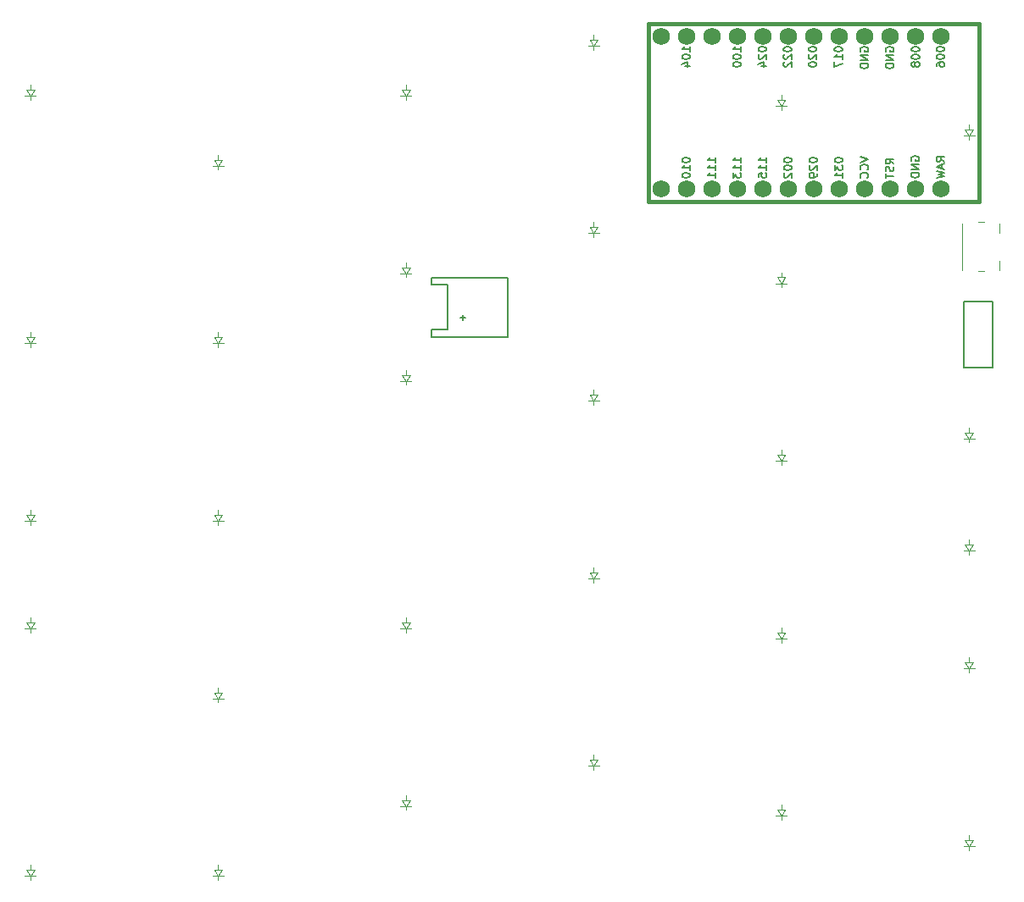
<source format=gbr>
%TF.GenerationSoftware,KiCad,Pcbnew,8.0.7*%
%TF.CreationDate,2025-01-07T16:57:54+01:00*%
%TF.ProjectId,left_finished,6c656674-5f66-4696-9e69-736865642e6b,v1.0.0*%
%TF.SameCoordinates,Original*%
%TF.FileFunction,Legend,Bot*%
%TF.FilePolarity,Positive*%
%FSLAX46Y46*%
G04 Gerber Fmt 4.6, Leading zero omitted, Abs format (unit mm)*
G04 Created by KiCad (PCBNEW 8.0.7) date 2025-01-07 16:57:54*
%MOMM*%
%LPD*%
G01*
G04 APERTURE LIST*
%ADD10C,0.150000*%
%ADD11C,0.100000*%
%ADD12C,0.381000*%
%ADD13C,0.120000*%
%ADD14C,1.752600*%
G04 APERTURE END LIST*
D10*
X180502295Y-71162810D02*
X180502295Y-71239000D01*
X180502295Y-71239000D02*
X180540390Y-71315191D01*
X180540390Y-71315191D02*
X180578485Y-71353286D01*
X180578485Y-71353286D02*
X180654676Y-71391381D01*
X180654676Y-71391381D02*
X180807057Y-71429476D01*
X180807057Y-71429476D02*
X180997533Y-71429476D01*
X180997533Y-71429476D02*
X181149914Y-71391381D01*
X181149914Y-71391381D02*
X181226104Y-71353286D01*
X181226104Y-71353286D02*
X181264200Y-71315191D01*
X181264200Y-71315191D02*
X181302295Y-71239000D01*
X181302295Y-71239000D02*
X181302295Y-71162810D01*
X181302295Y-71162810D02*
X181264200Y-71086619D01*
X181264200Y-71086619D02*
X181226104Y-71048524D01*
X181226104Y-71048524D02*
X181149914Y-71010429D01*
X181149914Y-71010429D02*
X180997533Y-70972333D01*
X180997533Y-70972333D02*
X180807057Y-70972333D01*
X180807057Y-70972333D02*
X180654676Y-71010429D01*
X180654676Y-71010429D02*
X180578485Y-71048524D01*
X180578485Y-71048524D02*
X180540390Y-71086619D01*
X180540390Y-71086619D02*
X180502295Y-71162810D01*
X180578485Y-71734238D02*
X180540390Y-71772334D01*
X180540390Y-71772334D02*
X180502295Y-71848524D01*
X180502295Y-71848524D02*
X180502295Y-72039000D01*
X180502295Y-72039000D02*
X180540390Y-72115191D01*
X180540390Y-72115191D02*
X180578485Y-72153286D01*
X180578485Y-72153286D02*
X180654676Y-72191381D01*
X180654676Y-72191381D02*
X180730866Y-72191381D01*
X180730866Y-72191381D02*
X180845152Y-72153286D01*
X180845152Y-72153286D02*
X181302295Y-71696143D01*
X181302295Y-71696143D02*
X181302295Y-72191381D01*
X180768961Y-72877096D02*
X181302295Y-72877096D01*
X180464200Y-72686620D02*
X181035628Y-72496143D01*
X181035628Y-72496143D02*
X181035628Y-72991382D01*
X195780390Y-82345143D02*
X195742295Y-82268953D01*
X195742295Y-82268953D02*
X195742295Y-82154667D01*
X195742295Y-82154667D02*
X195780390Y-82040381D01*
X195780390Y-82040381D02*
X195856580Y-81964191D01*
X195856580Y-81964191D02*
X195932771Y-81926096D01*
X195932771Y-81926096D02*
X196085152Y-81888000D01*
X196085152Y-81888000D02*
X196199438Y-81888000D01*
X196199438Y-81888000D02*
X196351819Y-81926096D01*
X196351819Y-81926096D02*
X196428009Y-81964191D01*
X196428009Y-81964191D02*
X196504200Y-82040381D01*
X196504200Y-82040381D02*
X196542295Y-82154667D01*
X196542295Y-82154667D02*
X196542295Y-82230858D01*
X196542295Y-82230858D02*
X196504200Y-82345143D01*
X196504200Y-82345143D02*
X196466104Y-82383239D01*
X196466104Y-82383239D02*
X196199438Y-82383239D01*
X196199438Y-82383239D02*
X196199438Y-82230858D01*
X196542295Y-82726096D02*
X195742295Y-82726096D01*
X195742295Y-82726096D02*
X196542295Y-83183239D01*
X196542295Y-83183239D02*
X195742295Y-83183239D01*
X196542295Y-83564191D02*
X195742295Y-83564191D01*
X195742295Y-83564191D02*
X195742295Y-83754667D01*
X195742295Y-83754667D02*
X195780390Y-83868953D01*
X195780390Y-83868953D02*
X195856580Y-83945143D01*
X195856580Y-83945143D02*
X195932771Y-83983238D01*
X195932771Y-83983238D02*
X196085152Y-84021334D01*
X196085152Y-84021334D02*
X196199438Y-84021334D01*
X196199438Y-84021334D02*
X196351819Y-83983238D01*
X196351819Y-83983238D02*
X196428009Y-83945143D01*
X196428009Y-83945143D02*
X196504200Y-83868953D01*
X196504200Y-83868953D02*
X196542295Y-83754667D01*
X196542295Y-83754667D02*
X196542295Y-83564191D01*
X178762295Y-82503857D02*
X178762295Y-82046714D01*
X178762295Y-82275286D02*
X177962295Y-82275286D01*
X177962295Y-82275286D02*
X178076580Y-82199095D01*
X178076580Y-82199095D02*
X178152771Y-82122905D01*
X178152771Y-82122905D02*
X178190866Y-82046714D01*
X178762295Y-83265762D02*
X178762295Y-82808619D01*
X178762295Y-83037191D02*
X177962295Y-83037191D01*
X177962295Y-83037191D02*
X178076580Y-82961000D01*
X178076580Y-82961000D02*
X178152771Y-82884810D01*
X178152771Y-82884810D02*
X178190866Y-82808619D01*
X177962295Y-83532429D02*
X177962295Y-84027667D01*
X177962295Y-84027667D02*
X178267057Y-83761001D01*
X178267057Y-83761001D02*
X178267057Y-83875286D01*
X178267057Y-83875286D02*
X178305152Y-83951477D01*
X178305152Y-83951477D02*
X178343247Y-83989572D01*
X178343247Y-83989572D02*
X178419438Y-84027667D01*
X178419438Y-84027667D02*
X178609914Y-84027667D01*
X178609914Y-84027667D02*
X178686104Y-83989572D01*
X178686104Y-83989572D02*
X178724200Y-83951477D01*
X178724200Y-83951477D02*
X178762295Y-83875286D01*
X178762295Y-83875286D02*
X178762295Y-83646715D01*
X178762295Y-83646715D02*
X178724200Y-83570524D01*
X178724200Y-83570524D02*
X178686104Y-83532429D01*
X185582295Y-82237191D02*
X185582295Y-82313381D01*
X185582295Y-82313381D02*
X185620390Y-82389572D01*
X185620390Y-82389572D02*
X185658485Y-82427667D01*
X185658485Y-82427667D02*
X185734676Y-82465762D01*
X185734676Y-82465762D02*
X185887057Y-82503857D01*
X185887057Y-82503857D02*
X186077533Y-82503857D01*
X186077533Y-82503857D02*
X186229914Y-82465762D01*
X186229914Y-82465762D02*
X186306104Y-82427667D01*
X186306104Y-82427667D02*
X186344200Y-82389572D01*
X186344200Y-82389572D02*
X186382295Y-82313381D01*
X186382295Y-82313381D02*
X186382295Y-82237191D01*
X186382295Y-82237191D02*
X186344200Y-82161000D01*
X186344200Y-82161000D02*
X186306104Y-82122905D01*
X186306104Y-82122905D02*
X186229914Y-82084810D01*
X186229914Y-82084810D02*
X186077533Y-82046714D01*
X186077533Y-82046714D02*
X185887057Y-82046714D01*
X185887057Y-82046714D02*
X185734676Y-82084810D01*
X185734676Y-82084810D02*
X185658485Y-82122905D01*
X185658485Y-82122905D02*
X185620390Y-82161000D01*
X185620390Y-82161000D02*
X185582295Y-82237191D01*
X185658485Y-82808619D02*
X185620390Y-82846715D01*
X185620390Y-82846715D02*
X185582295Y-82922905D01*
X185582295Y-82922905D02*
X185582295Y-83113381D01*
X185582295Y-83113381D02*
X185620390Y-83189572D01*
X185620390Y-83189572D02*
X185658485Y-83227667D01*
X185658485Y-83227667D02*
X185734676Y-83265762D01*
X185734676Y-83265762D02*
X185810866Y-83265762D01*
X185810866Y-83265762D02*
X185925152Y-83227667D01*
X185925152Y-83227667D02*
X186382295Y-82770524D01*
X186382295Y-82770524D02*
X186382295Y-83265762D01*
X186382295Y-83646715D02*
X186382295Y-83799096D01*
X186382295Y-83799096D02*
X186344200Y-83875286D01*
X186344200Y-83875286D02*
X186306104Y-83913382D01*
X186306104Y-83913382D02*
X186191819Y-83989572D01*
X186191819Y-83989572D02*
X186039438Y-84027667D01*
X186039438Y-84027667D02*
X185734676Y-84027667D01*
X185734676Y-84027667D02*
X185658485Y-83989572D01*
X185658485Y-83989572D02*
X185620390Y-83951477D01*
X185620390Y-83951477D02*
X185582295Y-83875286D01*
X185582295Y-83875286D02*
X185582295Y-83722905D01*
X185582295Y-83722905D02*
X185620390Y-83646715D01*
X185620390Y-83646715D02*
X185658485Y-83608620D01*
X185658485Y-83608620D02*
X185734676Y-83570524D01*
X185734676Y-83570524D02*
X185925152Y-83570524D01*
X185925152Y-83570524D02*
X186001342Y-83608620D01*
X186001342Y-83608620D02*
X186039438Y-83646715D01*
X186039438Y-83646715D02*
X186077533Y-83722905D01*
X186077533Y-83722905D02*
X186077533Y-83875286D01*
X186077533Y-83875286D02*
X186039438Y-83951477D01*
X186039438Y-83951477D02*
X186001342Y-83989572D01*
X186001342Y-83989572D02*
X185925152Y-84027667D01*
X178762295Y-71429476D02*
X178762295Y-70972333D01*
X178762295Y-71200905D02*
X177962295Y-71200905D01*
X177962295Y-71200905D02*
X178076580Y-71124714D01*
X178076580Y-71124714D02*
X178152771Y-71048524D01*
X178152771Y-71048524D02*
X178190866Y-70972333D01*
X177962295Y-71924715D02*
X177962295Y-72000905D01*
X177962295Y-72000905D02*
X178000390Y-72077096D01*
X178000390Y-72077096D02*
X178038485Y-72115191D01*
X178038485Y-72115191D02*
X178114676Y-72153286D01*
X178114676Y-72153286D02*
X178267057Y-72191381D01*
X178267057Y-72191381D02*
X178457533Y-72191381D01*
X178457533Y-72191381D02*
X178609914Y-72153286D01*
X178609914Y-72153286D02*
X178686104Y-72115191D01*
X178686104Y-72115191D02*
X178724200Y-72077096D01*
X178724200Y-72077096D02*
X178762295Y-72000905D01*
X178762295Y-72000905D02*
X178762295Y-71924715D01*
X178762295Y-71924715D02*
X178724200Y-71848524D01*
X178724200Y-71848524D02*
X178686104Y-71810429D01*
X178686104Y-71810429D02*
X178609914Y-71772334D01*
X178609914Y-71772334D02*
X178457533Y-71734238D01*
X178457533Y-71734238D02*
X178267057Y-71734238D01*
X178267057Y-71734238D02*
X178114676Y-71772334D01*
X178114676Y-71772334D02*
X178038485Y-71810429D01*
X178038485Y-71810429D02*
X178000390Y-71848524D01*
X178000390Y-71848524D02*
X177962295Y-71924715D01*
X177962295Y-72686620D02*
X177962295Y-72762810D01*
X177962295Y-72762810D02*
X178000390Y-72839001D01*
X178000390Y-72839001D02*
X178038485Y-72877096D01*
X178038485Y-72877096D02*
X178114676Y-72915191D01*
X178114676Y-72915191D02*
X178267057Y-72953286D01*
X178267057Y-72953286D02*
X178457533Y-72953286D01*
X178457533Y-72953286D02*
X178609914Y-72915191D01*
X178609914Y-72915191D02*
X178686104Y-72877096D01*
X178686104Y-72877096D02*
X178724200Y-72839001D01*
X178724200Y-72839001D02*
X178762295Y-72762810D01*
X178762295Y-72762810D02*
X178762295Y-72686620D01*
X178762295Y-72686620D02*
X178724200Y-72610429D01*
X178724200Y-72610429D02*
X178686104Y-72572334D01*
X178686104Y-72572334D02*
X178609914Y-72534239D01*
X178609914Y-72534239D02*
X178457533Y-72496143D01*
X178457533Y-72496143D02*
X178267057Y-72496143D01*
X178267057Y-72496143D02*
X178114676Y-72534239D01*
X178114676Y-72534239D02*
X178038485Y-72572334D01*
X178038485Y-72572334D02*
X178000390Y-72610429D01*
X178000390Y-72610429D02*
X177962295Y-72686620D01*
X194002295Y-82649905D02*
X193621342Y-82383238D01*
X194002295Y-82192762D02*
X193202295Y-82192762D01*
X193202295Y-82192762D02*
X193202295Y-82497524D01*
X193202295Y-82497524D02*
X193240390Y-82573714D01*
X193240390Y-82573714D02*
X193278485Y-82611809D01*
X193278485Y-82611809D02*
X193354676Y-82649905D01*
X193354676Y-82649905D02*
X193468961Y-82649905D01*
X193468961Y-82649905D02*
X193545152Y-82611809D01*
X193545152Y-82611809D02*
X193583247Y-82573714D01*
X193583247Y-82573714D02*
X193621342Y-82497524D01*
X193621342Y-82497524D02*
X193621342Y-82192762D01*
X193964200Y-82954666D02*
X194002295Y-83068952D01*
X194002295Y-83068952D02*
X194002295Y-83259428D01*
X194002295Y-83259428D02*
X193964200Y-83335619D01*
X193964200Y-83335619D02*
X193926104Y-83373714D01*
X193926104Y-83373714D02*
X193849914Y-83411809D01*
X193849914Y-83411809D02*
X193773723Y-83411809D01*
X193773723Y-83411809D02*
X193697533Y-83373714D01*
X193697533Y-83373714D02*
X193659438Y-83335619D01*
X193659438Y-83335619D02*
X193621342Y-83259428D01*
X193621342Y-83259428D02*
X193583247Y-83107047D01*
X193583247Y-83107047D02*
X193545152Y-83030857D01*
X193545152Y-83030857D02*
X193507057Y-82992762D01*
X193507057Y-82992762D02*
X193430866Y-82954666D01*
X193430866Y-82954666D02*
X193354676Y-82954666D01*
X193354676Y-82954666D02*
X193278485Y-82992762D01*
X193278485Y-82992762D02*
X193240390Y-83030857D01*
X193240390Y-83030857D02*
X193202295Y-83107047D01*
X193202295Y-83107047D02*
X193202295Y-83297524D01*
X193202295Y-83297524D02*
X193240390Y-83411809D01*
X193202295Y-83640381D02*
X193202295Y-84097524D01*
X194002295Y-83868952D02*
X193202295Y-83868952D01*
X183012295Y-71162810D02*
X183012295Y-71239000D01*
X183012295Y-71239000D02*
X183050390Y-71315191D01*
X183050390Y-71315191D02*
X183088485Y-71353286D01*
X183088485Y-71353286D02*
X183164676Y-71391381D01*
X183164676Y-71391381D02*
X183317057Y-71429476D01*
X183317057Y-71429476D02*
X183507533Y-71429476D01*
X183507533Y-71429476D02*
X183659914Y-71391381D01*
X183659914Y-71391381D02*
X183736104Y-71353286D01*
X183736104Y-71353286D02*
X183774200Y-71315191D01*
X183774200Y-71315191D02*
X183812295Y-71239000D01*
X183812295Y-71239000D02*
X183812295Y-71162810D01*
X183812295Y-71162810D02*
X183774200Y-71086619D01*
X183774200Y-71086619D02*
X183736104Y-71048524D01*
X183736104Y-71048524D02*
X183659914Y-71010429D01*
X183659914Y-71010429D02*
X183507533Y-70972333D01*
X183507533Y-70972333D02*
X183317057Y-70972333D01*
X183317057Y-70972333D02*
X183164676Y-71010429D01*
X183164676Y-71010429D02*
X183088485Y-71048524D01*
X183088485Y-71048524D02*
X183050390Y-71086619D01*
X183050390Y-71086619D02*
X183012295Y-71162810D01*
X183088485Y-71734238D02*
X183050390Y-71772334D01*
X183050390Y-71772334D02*
X183012295Y-71848524D01*
X183012295Y-71848524D02*
X183012295Y-72039000D01*
X183012295Y-72039000D02*
X183050390Y-72115191D01*
X183050390Y-72115191D02*
X183088485Y-72153286D01*
X183088485Y-72153286D02*
X183164676Y-72191381D01*
X183164676Y-72191381D02*
X183240866Y-72191381D01*
X183240866Y-72191381D02*
X183355152Y-72153286D01*
X183355152Y-72153286D02*
X183812295Y-71696143D01*
X183812295Y-71696143D02*
X183812295Y-72191381D01*
X183088485Y-72496143D02*
X183050390Y-72534239D01*
X183050390Y-72534239D02*
X183012295Y-72610429D01*
X183012295Y-72610429D02*
X183012295Y-72800905D01*
X183012295Y-72800905D02*
X183050390Y-72877096D01*
X183050390Y-72877096D02*
X183088485Y-72915191D01*
X183088485Y-72915191D02*
X183164676Y-72953286D01*
X183164676Y-72953286D02*
X183240866Y-72953286D01*
X183240866Y-72953286D02*
X183355152Y-72915191D01*
X183355152Y-72915191D02*
X183812295Y-72458048D01*
X183812295Y-72458048D02*
X183812295Y-72953286D01*
X199082295Y-82421334D02*
X198701342Y-82154667D01*
X199082295Y-81964191D02*
X198282295Y-81964191D01*
X198282295Y-81964191D02*
X198282295Y-82268953D01*
X198282295Y-82268953D02*
X198320390Y-82345143D01*
X198320390Y-82345143D02*
X198358485Y-82383238D01*
X198358485Y-82383238D02*
X198434676Y-82421334D01*
X198434676Y-82421334D02*
X198548961Y-82421334D01*
X198548961Y-82421334D02*
X198625152Y-82383238D01*
X198625152Y-82383238D02*
X198663247Y-82345143D01*
X198663247Y-82345143D02*
X198701342Y-82268953D01*
X198701342Y-82268953D02*
X198701342Y-81964191D01*
X198853723Y-82726095D02*
X198853723Y-83107048D01*
X199082295Y-82649905D02*
X198282295Y-82916572D01*
X198282295Y-82916572D02*
X199082295Y-83183238D01*
X198282295Y-83373714D02*
X199082295Y-83564190D01*
X199082295Y-83564190D02*
X198510866Y-83716571D01*
X198510866Y-83716571D02*
X199082295Y-83868952D01*
X199082295Y-83868952D02*
X198282295Y-84059429D01*
X173682295Y-71429476D02*
X173682295Y-70972333D01*
X173682295Y-71200905D02*
X172882295Y-71200905D01*
X172882295Y-71200905D02*
X172996580Y-71124714D01*
X172996580Y-71124714D02*
X173072771Y-71048524D01*
X173072771Y-71048524D02*
X173110866Y-70972333D01*
X172882295Y-71924715D02*
X172882295Y-72000905D01*
X172882295Y-72000905D02*
X172920390Y-72077096D01*
X172920390Y-72077096D02*
X172958485Y-72115191D01*
X172958485Y-72115191D02*
X173034676Y-72153286D01*
X173034676Y-72153286D02*
X173187057Y-72191381D01*
X173187057Y-72191381D02*
X173377533Y-72191381D01*
X173377533Y-72191381D02*
X173529914Y-72153286D01*
X173529914Y-72153286D02*
X173606104Y-72115191D01*
X173606104Y-72115191D02*
X173644200Y-72077096D01*
X173644200Y-72077096D02*
X173682295Y-72000905D01*
X173682295Y-72000905D02*
X173682295Y-71924715D01*
X173682295Y-71924715D02*
X173644200Y-71848524D01*
X173644200Y-71848524D02*
X173606104Y-71810429D01*
X173606104Y-71810429D02*
X173529914Y-71772334D01*
X173529914Y-71772334D02*
X173377533Y-71734238D01*
X173377533Y-71734238D02*
X173187057Y-71734238D01*
X173187057Y-71734238D02*
X173034676Y-71772334D01*
X173034676Y-71772334D02*
X172958485Y-71810429D01*
X172958485Y-71810429D02*
X172920390Y-71848524D01*
X172920390Y-71848524D02*
X172882295Y-71924715D01*
X173148961Y-72877096D02*
X173682295Y-72877096D01*
X172844200Y-72686620D02*
X173415628Y-72496143D01*
X173415628Y-72496143D02*
X173415628Y-72991382D01*
X190662295Y-81970524D02*
X191462295Y-82237191D01*
X191462295Y-82237191D02*
X190662295Y-82503857D01*
X191386104Y-83227667D02*
X191424200Y-83189571D01*
X191424200Y-83189571D02*
X191462295Y-83075286D01*
X191462295Y-83075286D02*
X191462295Y-82999095D01*
X191462295Y-82999095D02*
X191424200Y-82884809D01*
X191424200Y-82884809D02*
X191348009Y-82808619D01*
X191348009Y-82808619D02*
X191271819Y-82770524D01*
X191271819Y-82770524D02*
X191119438Y-82732428D01*
X191119438Y-82732428D02*
X191005152Y-82732428D01*
X191005152Y-82732428D02*
X190852771Y-82770524D01*
X190852771Y-82770524D02*
X190776580Y-82808619D01*
X190776580Y-82808619D02*
X190700390Y-82884809D01*
X190700390Y-82884809D02*
X190662295Y-82999095D01*
X190662295Y-82999095D02*
X190662295Y-83075286D01*
X190662295Y-83075286D02*
X190700390Y-83189571D01*
X190700390Y-83189571D02*
X190738485Y-83227667D01*
X191386104Y-84027667D02*
X191424200Y-83989571D01*
X191424200Y-83989571D02*
X191462295Y-83875286D01*
X191462295Y-83875286D02*
X191462295Y-83799095D01*
X191462295Y-83799095D02*
X191424200Y-83684809D01*
X191424200Y-83684809D02*
X191348009Y-83608619D01*
X191348009Y-83608619D02*
X191271819Y-83570524D01*
X191271819Y-83570524D02*
X191119438Y-83532428D01*
X191119438Y-83532428D02*
X191005152Y-83532428D01*
X191005152Y-83532428D02*
X190852771Y-83570524D01*
X190852771Y-83570524D02*
X190776580Y-83608619D01*
X190776580Y-83608619D02*
X190700390Y-83684809D01*
X190700390Y-83684809D02*
X190662295Y-83799095D01*
X190662295Y-83799095D02*
X190662295Y-83875286D01*
X190662295Y-83875286D02*
X190700390Y-83989571D01*
X190700390Y-83989571D02*
X190738485Y-84027667D01*
X183042295Y-82237191D02*
X183042295Y-82313381D01*
X183042295Y-82313381D02*
X183080390Y-82389572D01*
X183080390Y-82389572D02*
X183118485Y-82427667D01*
X183118485Y-82427667D02*
X183194676Y-82465762D01*
X183194676Y-82465762D02*
X183347057Y-82503857D01*
X183347057Y-82503857D02*
X183537533Y-82503857D01*
X183537533Y-82503857D02*
X183689914Y-82465762D01*
X183689914Y-82465762D02*
X183766104Y-82427667D01*
X183766104Y-82427667D02*
X183804200Y-82389572D01*
X183804200Y-82389572D02*
X183842295Y-82313381D01*
X183842295Y-82313381D02*
X183842295Y-82237191D01*
X183842295Y-82237191D02*
X183804200Y-82161000D01*
X183804200Y-82161000D02*
X183766104Y-82122905D01*
X183766104Y-82122905D02*
X183689914Y-82084810D01*
X183689914Y-82084810D02*
X183537533Y-82046714D01*
X183537533Y-82046714D02*
X183347057Y-82046714D01*
X183347057Y-82046714D02*
X183194676Y-82084810D01*
X183194676Y-82084810D02*
X183118485Y-82122905D01*
X183118485Y-82122905D02*
X183080390Y-82161000D01*
X183080390Y-82161000D02*
X183042295Y-82237191D01*
X183042295Y-82999096D02*
X183042295Y-83075286D01*
X183042295Y-83075286D02*
X183080390Y-83151477D01*
X183080390Y-83151477D02*
X183118485Y-83189572D01*
X183118485Y-83189572D02*
X183194676Y-83227667D01*
X183194676Y-83227667D02*
X183347057Y-83265762D01*
X183347057Y-83265762D02*
X183537533Y-83265762D01*
X183537533Y-83265762D02*
X183689914Y-83227667D01*
X183689914Y-83227667D02*
X183766104Y-83189572D01*
X183766104Y-83189572D02*
X183804200Y-83151477D01*
X183804200Y-83151477D02*
X183842295Y-83075286D01*
X183842295Y-83075286D02*
X183842295Y-82999096D01*
X183842295Y-82999096D02*
X183804200Y-82922905D01*
X183804200Y-82922905D02*
X183766104Y-82884810D01*
X183766104Y-82884810D02*
X183689914Y-82846715D01*
X183689914Y-82846715D02*
X183537533Y-82808619D01*
X183537533Y-82808619D02*
X183347057Y-82808619D01*
X183347057Y-82808619D02*
X183194676Y-82846715D01*
X183194676Y-82846715D02*
X183118485Y-82884810D01*
X183118485Y-82884810D02*
X183080390Y-82922905D01*
X183080390Y-82922905D02*
X183042295Y-82999096D01*
X183118485Y-83570524D02*
X183080390Y-83608620D01*
X183080390Y-83608620D02*
X183042295Y-83684810D01*
X183042295Y-83684810D02*
X183042295Y-83875286D01*
X183042295Y-83875286D02*
X183080390Y-83951477D01*
X183080390Y-83951477D02*
X183118485Y-83989572D01*
X183118485Y-83989572D02*
X183194676Y-84027667D01*
X183194676Y-84027667D02*
X183270866Y-84027667D01*
X183270866Y-84027667D02*
X183385152Y-83989572D01*
X183385152Y-83989572D02*
X183842295Y-83532429D01*
X183842295Y-83532429D02*
X183842295Y-84027667D01*
X172882295Y-82237191D02*
X172882295Y-82313381D01*
X172882295Y-82313381D02*
X172920390Y-82389572D01*
X172920390Y-82389572D02*
X172958485Y-82427667D01*
X172958485Y-82427667D02*
X173034676Y-82465762D01*
X173034676Y-82465762D02*
X173187057Y-82503857D01*
X173187057Y-82503857D02*
X173377533Y-82503857D01*
X173377533Y-82503857D02*
X173529914Y-82465762D01*
X173529914Y-82465762D02*
X173606104Y-82427667D01*
X173606104Y-82427667D02*
X173644200Y-82389572D01*
X173644200Y-82389572D02*
X173682295Y-82313381D01*
X173682295Y-82313381D02*
X173682295Y-82237191D01*
X173682295Y-82237191D02*
X173644200Y-82161000D01*
X173644200Y-82161000D02*
X173606104Y-82122905D01*
X173606104Y-82122905D02*
X173529914Y-82084810D01*
X173529914Y-82084810D02*
X173377533Y-82046714D01*
X173377533Y-82046714D02*
X173187057Y-82046714D01*
X173187057Y-82046714D02*
X173034676Y-82084810D01*
X173034676Y-82084810D02*
X172958485Y-82122905D01*
X172958485Y-82122905D02*
X172920390Y-82161000D01*
X172920390Y-82161000D02*
X172882295Y-82237191D01*
X173682295Y-83265762D02*
X173682295Y-82808619D01*
X173682295Y-83037191D02*
X172882295Y-83037191D01*
X172882295Y-83037191D02*
X172996580Y-82961000D01*
X172996580Y-82961000D02*
X173072771Y-82884810D01*
X173072771Y-82884810D02*
X173110866Y-82808619D01*
X172882295Y-83761001D02*
X172882295Y-83837191D01*
X172882295Y-83837191D02*
X172920390Y-83913382D01*
X172920390Y-83913382D02*
X172958485Y-83951477D01*
X172958485Y-83951477D02*
X173034676Y-83989572D01*
X173034676Y-83989572D02*
X173187057Y-84027667D01*
X173187057Y-84027667D02*
X173377533Y-84027667D01*
X173377533Y-84027667D02*
X173529914Y-83989572D01*
X173529914Y-83989572D02*
X173606104Y-83951477D01*
X173606104Y-83951477D02*
X173644200Y-83913382D01*
X173644200Y-83913382D02*
X173682295Y-83837191D01*
X173682295Y-83837191D02*
X173682295Y-83761001D01*
X173682295Y-83761001D02*
X173644200Y-83684810D01*
X173644200Y-83684810D02*
X173606104Y-83646715D01*
X173606104Y-83646715D02*
X173529914Y-83608620D01*
X173529914Y-83608620D02*
X173377533Y-83570524D01*
X173377533Y-83570524D02*
X173187057Y-83570524D01*
X173187057Y-83570524D02*
X173034676Y-83608620D01*
X173034676Y-83608620D02*
X172958485Y-83646715D01*
X172958485Y-83646715D02*
X172920390Y-83684810D01*
X172920390Y-83684810D02*
X172882295Y-83761001D01*
X198282295Y-71162810D02*
X198282295Y-71239000D01*
X198282295Y-71239000D02*
X198320390Y-71315191D01*
X198320390Y-71315191D02*
X198358485Y-71353286D01*
X198358485Y-71353286D02*
X198434676Y-71391381D01*
X198434676Y-71391381D02*
X198587057Y-71429476D01*
X198587057Y-71429476D02*
X198777533Y-71429476D01*
X198777533Y-71429476D02*
X198929914Y-71391381D01*
X198929914Y-71391381D02*
X199006104Y-71353286D01*
X199006104Y-71353286D02*
X199044200Y-71315191D01*
X199044200Y-71315191D02*
X199082295Y-71239000D01*
X199082295Y-71239000D02*
X199082295Y-71162810D01*
X199082295Y-71162810D02*
X199044200Y-71086619D01*
X199044200Y-71086619D02*
X199006104Y-71048524D01*
X199006104Y-71048524D02*
X198929914Y-71010429D01*
X198929914Y-71010429D02*
X198777533Y-70972333D01*
X198777533Y-70972333D02*
X198587057Y-70972333D01*
X198587057Y-70972333D02*
X198434676Y-71010429D01*
X198434676Y-71010429D02*
X198358485Y-71048524D01*
X198358485Y-71048524D02*
X198320390Y-71086619D01*
X198320390Y-71086619D02*
X198282295Y-71162810D01*
X198282295Y-71924715D02*
X198282295Y-72000905D01*
X198282295Y-72000905D02*
X198320390Y-72077096D01*
X198320390Y-72077096D02*
X198358485Y-72115191D01*
X198358485Y-72115191D02*
X198434676Y-72153286D01*
X198434676Y-72153286D02*
X198587057Y-72191381D01*
X198587057Y-72191381D02*
X198777533Y-72191381D01*
X198777533Y-72191381D02*
X198929914Y-72153286D01*
X198929914Y-72153286D02*
X199006104Y-72115191D01*
X199006104Y-72115191D02*
X199044200Y-72077096D01*
X199044200Y-72077096D02*
X199082295Y-72000905D01*
X199082295Y-72000905D02*
X199082295Y-71924715D01*
X199082295Y-71924715D02*
X199044200Y-71848524D01*
X199044200Y-71848524D02*
X199006104Y-71810429D01*
X199006104Y-71810429D02*
X198929914Y-71772334D01*
X198929914Y-71772334D02*
X198777533Y-71734238D01*
X198777533Y-71734238D02*
X198587057Y-71734238D01*
X198587057Y-71734238D02*
X198434676Y-71772334D01*
X198434676Y-71772334D02*
X198358485Y-71810429D01*
X198358485Y-71810429D02*
X198320390Y-71848524D01*
X198320390Y-71848524D02*
X198282295Y-71924715D01*
X198282295Y-72877096D02*
X198282295Y-72724715D01*
X198282295Y-72724715D02*
X198320390Y-72648524D01*
X198320390Y-72648524D02*
X198358485Y-72610429D01*
X198358485Y-72610429D02*
X198472771Y-72534239D01*
X198472771Y-72534239D02*
X198625152Y-72496143D01*
X198625152Y-72496143D02*
X198929914Y-72496143D01*
X198929914Y-72496143D02*
X199006104Y-72534239D01*
X199006104Y-72534239D02*
X199044200Y-72572334D01*
X199044200Y-72572334D02*
X199082295Y-72648524D01*
X199082295Y-72648524D02*
X199082295Y-72800905D01*
X199082295Y-72800905D02*
X199044200Y-72877096D01*
X199044200Y-72877096D02*
X199006104Y-72915191D01*
X199006104Y-72915191D02*
X198929914Y-72953286D01*
X198929914Y-72953286D02*
X198739438Y-72953286D01*
X198739438Y-72953286D02*
X198663247Y-72915191D01*
X198663247Y-72915191D02*
X198625152Y-72877096D01*
X198625152Y-72877096D02*
X198587057Y-72800905D01*
X198587057Y-72800905D02*
X198587057Y-72648524D01*
X198587057Y-72648524D02*
X198625152Y-72572334D01*
X198625152Y-72572334D02*
X198663247Y-72534239D01*
X198663247Y-72534239D02*
X198739438Y-72496143D01*
X181302295Y-82503857D02*
X181302295Y-82046714D01*
X181302295Y-82275286D02*
X180502295Y-82275286D01*
X180502295Y-82275286D02*
X180616580Y-82199095D01*
X180616580Y-82199095D02*
X180692771Y-82122905D01*
X180692771Y-82122905D02*
X180730866Y-82046714D01*
X181302295Y-83265762D02*
X181302295Y-82808619D01*
X181302295Y-83037191D02*
X180502295Y-83037191D01*
X180502295Y-83037191D02*
X180616580Y-82961000D01*
X180616580Y-82961000D02*
X180692771Y-82884810D01*
X180692771Y-82884810D02*
X180730866Y-82808619D01*
X180502295Y-83989572D02*
X180502295Y-83608620D01*
X180502295Y-83608620D02*
X180883247Y-83570524D01*
X180883247Y-83570524D02*
X180845152Y-83608620D01*
X180845152Y-83608620D02*
X180807057Y-83684810D01*
X180807057Y-83684810D02*
X180807057Y-83875286D01*
X180807057Y-83875286D02*
X180845152Y-83951477D01*
X180845152Y-83951477D02*
X180883247Y-83989572D01*
X180883247Y-83989572D02*
X180959438Y-84027667D01*
X180959438Y-84027667D02*
X181149914Y-84027667D01*
X181149914Y-84027667D02*
X181226104Y-83989572D01*
X181226104Y-83989572D02*
X181264200Y-83951477D01*
X181264200Y-83951477D02*
X181302295Y-83875286D01*
X181302295Y-83875286D02*
X181302295Y-83684810D01*
X181302295Y-83684810D02*
X181264200Y-83608620D01*
X181264200Y-83608620D02*
X181226104Y-83570524D01*
X188112295Y-71162810D02*
X188112295Y-71239000D01*
X188112295Y-71239000D02*
X188150390Y-71315191D01*
X188150390Y-71315191D02*
X188188485Y-71353286D01*
X188188485Y-71353286D02*
X188264676Y-71391381D01*
X188264676Y-71391381D02*
X188417057Y-71429476D01*
X188417057Y-71429476D02*
X188607533Y-71429476D01*
X188607533Y-71429476D02*
X188759914Y-71391381D01*
X188759914Y-71391381D02*
X188836104Y-71353286D01*
X188836104Y-71353286D02*
X188874200Y-71315191D01*
X188874200Y-71315191D02*
X188912295Y-71239000D01*
X188912295Y-71239000D02*
X188912295Y-71162810D01*
X188912295Y-71162810D02*
X188874200Y-71086619D01*
X188874200Y-71086619D02*
X188836104Y-71048524D01*
X188836104Y-71048524D02*
X188759914Y-71010429D01*
X188759914Y-71010429D02*
X188607533Y-70972333D01*
X188607533Y-70972333D02*
X188417057Y-70972333D01*
X188417057Y-70972333D02*
X188264676Y-71010429D01*
X188264676Y-71010429D02*
X188188485Y-71048524D01*
X188188485Y-71048524D02*
X188150390Y-71086619D01*
X188150390Y-71086619D02*
X188112295Y-71162810D01*
X188912295Y-72191381D02*
X188912295Y-71734238D01*
X188912295Y-71962810D02*
X188112295Y-71962810D01*
X188112295Y-71962810D02*
X188226580Y-71886619D01*
X188226580Y-71886619D02*
X188302771Y-71810429D01*
X188302771Y-71810429D02*
X188340866Y-71734238D01*
X188112295Y-72458048D02*
X188112295Y-72991382D01*
X188112295Y-72991382D02*
X188912295Y-72648524D01*
X193240390Y-71429476D02*
X193202295Y-71353286D01*
X193202295Y-71353286D02*
X193202295Y-71239000D01*
X193202295Y-71239000D02*
X193240390Y-71124714D01*
X193240390Y-71124714D02*
X193316580Y-71048524D01*
X193316580Y-71048524D02*
X193392771Y-71010429D01*
X193392771Y-71010429D02*
X193545152Y-70972333D01*
X193545152Y-70972333D02*
X193659438Y-70972333D01*
X193659438Y-70972333D02*
X193811819Y-71010429D01*
X193811819Y-71010429D02*
X193888009Y-71048524D01*
X193888009Y-71048524D02*
X193964200Y-71124714D01*
X193964200Y-71124714D02*
X194002295Y-71239000D01*
X194002295Y-71239000D02*
X194002295Y-71315191D01*
X194002295Y-71315191D02*
X193964200Y-71429476D01*
X193964200Y-71429476D02*
X193926104Y-71467572D01*
X193926104Y-71467572D02*
X193659438Y-71467572D01*
X193659438Y-71467572D02*
X193659438Y-71315191D01*
X194002295Y-71810429D02*
X193202295Y-71810429D01*
X193202295Y-71810429D02*
X194002295Y-72267572D01*
X194002295Y-72267572D02*
X193202295Y-72267572D01*
X194002295Y-72648524D02*
X193202295Y-72648524D01*
X193202295Y-72648524D02*
X193202295Y-72839000D01*
X193202295Y-72839000D02*
X193240390Y-72953286D01*
X193240390Y-72953286D02*
X193316580Y-73029476D01*
X193316580Y-73029476D02*
X193392771Y-73067571D01*
X193392771Y-73067571D02*
X193545152Y-73105667D01*
X193545152Y-73105667D02*
X193659438Y-73105667D01*
X193659438Y-73105667D02*
X193811819Y-73067571D01*
X193811819Y-73067571D02*
X193888009Y-73029476D01*
X193888009Y-73029476D02*
X193964200Y-72953286D01*
X193964200Y-72953286D02*
X194002295Y-72839000D01*
X194002295Y-72839000D02*
X194002295Y-72648524D01*
X195812295Y-71162810D02*
X195812295Y-71239000D01*
X195812295Y-71239000D02*
X195850390Y-71315191D01*
X195850390Y-71315191D02*
X195888485Y-71353286D01*
X195888485Y-71353286D02*
X195964676Y-71391381D01*
X195964676Y-71391381D02*
X196117057Y-71429476D01*
X196117057Y-71429476D02*
X196307533Y-71429476D01*
X196307533Y-71429476D02*
X196459914Y-71391381D01*
X196459914Y-71391381D02*
X196536104Y-71353286D01*
X196536104Y-71353286D02*
X196574200Y-71315191D01*
X196574200Y-71315191D02*
X196612295Y-71239000D01*
X196612295Y-71239000D02*
X196612295Y-71162810D01*
X196612295Y-71162810D02*
X196574200Y-71086619D01*
X196574200Y-71086619D02*
X196536104Y-71048524D01*
X196536104Y-71048524D02*
X196459914Y-71010429D01*
X196459914Y-71010429D02*
X196307533Y-70972333D01*
X196307533Y-70972333D02*
X196117057Y-70972333D01*
X196117057Y-70972333D02*
X195964676Y-71010429D01*
X195964676Y-71010429D02*
X195888485Y-71048524D01*
X195888485Y-71048524D02*
X195850390Y-71086619D01*
X195850390Y-71086619D02*
X195812295Y-71162810D01*
X195812295Y-71924715D02*
X195812295Y-72000905D01*
X195812295Y-72000905D02*
X195850390Y-72077096D01*
X195850390Y-72077096D02*
X195888485Y-72115191D01*
X195888485Y-72115191D02*
X195964676Y-72153286D01*
X195964676Y-72153286D02*
X196117057Y-72191381D01*
X196117057Y-72191381D02*
X196307533Y-72191381D01*
X196307533Y-72191381D02*
X196459914Y-72153286D01*
X196459914Y-72153286D02*
X196536104Y-72115191D01*
X196536104Y-72115191D02*
X196574200Y-72077096D01*
X196574200Y-72077096D02*
X196612295Y-72000905D01*
X196612295Y-72000905D02*
X196612295Y-71924715D01*
X196612295Y-71924715D02*
X196574200Y-71848524D01*
X196574200Y-71848524D02*
X196536104Y-71810429D01*
X196536104Y-71810429D02*
X196459914Y-71772334D01*
X196459914Y-71772334D02*
X196307533Y-71734238D01*
X196307533Y-71734238D02*
X196117057Y-71734238D01*
X196117057Y-71734238D02*
X195964676Y-71772334D01*
X195964676Y-71772334D02*
X195888485Y-71810429D01*
X195888485Y-71810429D02*
X195850390Y-71848524D01*
X195850390Y-71848524D02*
X195812295Y-71924715D01*
X196155152Y-72648524D02*
X196117057Y-72572334D01*
X196117057Y-72572334D02*
X196078961Y-72534239D01*
X196078961Y-72534239D02*
X196002771Y-72496143D01*
X196002771Y-72496143D02*
X195964676Y-72496143D01*
X195964676Y-72496143D02*
X195888485Y-72534239D01*
X195888485Y-72534239D02*
X195850390Y-72572334D01*
X195850390Y-72572334D02*
X195812295Y-72648524D01*
X195812295Y-72648524D02*
X195812295Y-72800905D01*
X195812295Y-72800905D02*
X195850390Y-72877096D01*
X195850390Y-72877096D02*
X195888485Y-72915191D01*
X195888485Y-72915191D02*
X195964676Y-72953286D01*
X195964676Y-72953286D02*
X196002771Y-72953286D01*
X196002771Y-72953286D02*
X196078961Y-72915191D01*
X196078961Y-72915191D02*
X196117057Y-72877096D01*
X196117057Y-72877096D02*
X196155152Y-72800905D01*
X196155152Y-72800905D02*
X196155152Y-72648524D01*
X196155152Y-72648524D02*
X196193247Y-72572334D01*
X196193247Y-72572334D02*
X196231342Y-72534239D01*
X196231342Y-72534239D02*
X196307533Y-72496143D01*
X196307533Y-72496143D02*
X196459914Y-72496143D01*
X196459914Y-72496143D02*
X196536104Y-72534239D01*
X196536104Y-72534239D02*
X196574200Y-72572334D01*
X196574200Y-72572334D02*
X196612295Y-72648524D01*
X196612295Y-72648524D02*
X196612295Y-72800905D01*
X196612295Y-72800905D02*
X196574200Y-72877096D01*
X196574200Y-72877096D02*
X196536104Y-72915191D01*
X196536104Y-72915191D02*
X196459914Y-72953286D01*
X196459914Y-72953286D02*
X196307533Y-72953286D01*
X196307533Y-72953286D02*
X196231342Y-72915191D01*
X196231342Y-72915191D02*
X196193247Y-72877096D01*
X196193247Y-72877096D02*
X196155152Y-72800905D01*
X185512295Y-71162810D02*
X185512295Y-71239000D01*
X185512295Y-71239000D02*
X185550390Y-71315191D01*
X185550390Y-71315191D02*
X185588485Y-71353286D01*
X185588485Y-71353286D02*
X185664676Y-71391381D01*
X185664676Y-71391381D02*
X185817057Y-71429476D01*
X185817057Y-71429476D02*
X186007533Y-71429476D01*
X186007533Y-71429476D02*
X186159914Y-71391381D01*
X186159914Y-71391381D02*
X186236104Y-71353286D01*
X186236104Y-71353286D02*
X186274200Y-71315191D01*
X186274200Y-71315191D02*
X186312295Y-71239000D01*
X186312295Y-71239000D02*
X186312295Y-71162810D01*
X186312295Y-71162810D02*
X186274200Y-71086619D01*
X186274200Y-71086619D02*
X186236104Y-71048524D01*
X186236104Y-71048524D02*
X186159914Y-71010429D01*
X186159914Y-71010429D02*
X186007533Y-70972333D01*
X186007533Y-70972333D02*
X185817057Y-70972333D01*
X185817057Y-70972333D02*
X185664676Y-71010429D01*
X185664676Y-71010429D02*
X185588485Y-71048524D01*
X185588485Y-71048524D02*
X185550390Y-71086619D01*
X185550390Y-71086619D02*
X185512295Y-71162810D01*
X185588485Y-71734238D02*
X185550390Y-71772334D01*
X185550390Y-71772334D02*
X185512295Y-71848524D01*
X185512295Y-71848524D02*
X185512295Y-72039000D01*
X185512295Y-72039000D02*
X185550390Y-72115191D01*
X185550390Y-72115191D02*
X185588485Y-72153286D01*
X185588485Y-72153286D02*
X185664676Y-72191381D01*
X185664676Y-72191381D02*
X185740866Y-72191381D01*
X185740866Y-72191381D02*
X185855152Y-72153286D01*
X185855152Y-72153286D02*
X186312295Y-71696143D01*
X186312295Y-71696143D02*
X186312295Y-72191381D01*
X185512295Y-72686620D02*
X185512295Y-72762810D01*
X185512295Y-72762810D02*
X185550390Y-72839001D01*
X185550390Y-72839001D02*
X185588485Y-72877096D01*
X185588485Y-72877096D02*
X185664676Y-72915191D01*
X185664676Y-72915191D02*
X185817057Y-72953286D01*
X185817057Y-72953286D02*
X186007533Y-72953286D01*
X186007533Y-72953286D02*
X186159914Y-72915191D01*
X186159914Y-72915191D02*
X186236104Y-72877096D01*
X186236104Y-72877096D02*
X186274200Y-72839001D01*
X186274200Y-72839001D02*
X186312295Y-72762810D01*
X186312295Y-72762810D02*
X186312295Y-72686620D01*
X186312295Y-72686620D02*
X186274200Y-72610429D01*
X186274200Y-72610429D02*
X186236104Y-72572334D01*
X186236104Y-72572334D02*
X186159914Y-72534239D01*
X186159914Y-72534239D02*
X186007533Y-72496143D01*
X186007533Y-72496143D02*
X185817057Y-72496143D01*
X185817057Y-72496143D02*
X185664676Y-72534239D01*
X185664676Y-72534239D02*
X185588485Y-72572334D01*
X185588485Y-72572334D02*
X185550390Y-72610429D01*
X185550390Y-72610429D02*
X185512295Y-72686620D01*
X176222295Y-82503857D02*
X176222295Y-82046714D01*
X176222295Y-82275286D02*
X175422295Y-82275286D01*
X175422295Y-82275286D02*
X175536580Y-82199095D01*
X175536580Y-82199095D02*
X175612771Y-82122905D01*
X175612771Y-82122905D02*
X175650866Y-82046714D01*
X176222295Y-83265762D02*
X176222295Y-82808619D01*
X176222295Y-83037191D02*
X175422295Y-83037191D01*
X175422295Y-83037191D02*
X175536580Y-82961000D01*
X175536580Y-82961000D02*
X175612771Y-82884810D01*
X175612771Y-82884810D02*
X175650866Y-82808619D01*
X176222295Y-84027667D02*
X176222295Y-83570524D01*
X176222295Y-83799096D02*
X175422295Y-83799096D01*
X175422295Y-83799096D02*
X175536580Y-83722905D01*
X175536580Y-83722905D02*
X175612771Y-83646715D01*
X175612771Y-83646715D02*
X175650866Y-83570524D01*
X190700390Y-71429476D02*
X190662295Y-71353286D01*
X190662295Y-71353286D02*
X190662295Y-71239000D01*
X190662295Y-71239000D02*
X190700390Y-71124714D01*
X190700390Y-71124714D02*
X190776580Y-71048524D01*
X190776580Y-71048524D02*
X190852771Y-71010429D01*
X190852771Y-71010429D02*
X191005152Y-70972333D01*
X191005152Y-70972333D02*
X191119438Y-70972333D01*
X191119438Y-70972333D02*
X191271819Y-71010429D01*
X191271819Y-71010429D02*
X191348009Y-71048524D01*
X191348009Y-71048524D02*
X191424200Y-71124714D01*
X191424200Y-71124714D02*
X191462295Y-71239000D01*
X191462295Y-71239000D02*
X191462295Y-71315191D01*
X191462295Y-71315191D02*
X191424200Y-71429476D01*
X191424200Y-71429476D02*
X191386104Y-71467572D01*
X191386104Y-71467572D02*
X191119438Y-71467572D01*
X191119438Y-71467572D02*
X191119438Y-71315191D01*
X191462295Y-71810429D02*
X190662295Y-71810429D01*
X190662295Y-71810429D02*
X191462295Y-72267572D01*
X191462295Y-72267572D02*
X190662295Y-72267572D01*
X191462295Y-72648524D02*
X190662295Y-72648524D01*
X190662295Y-72648524D02*
X190662295Y-72839000D01*
X190662295Y-72839000D02*
X190700390Y-72953286D01*
X190700390Y-72953286D02*
X190776580Y-73029476D01*
X190776580Y-73029476D02*
X190852771Y-73067571D01*
X190852771Y-73067571D02*
X191005152Y-73105667D01*
X191005152Y-73105667D02*
X191119438Y-73105667D01*
X191119438Y-73105667D02*
X191271819Y-73067571D01*
X191271819Y-73067571D02*
X191348009Y-73029476D01*
X191348009Y-73029476D02*
X191424200Y-72953286D01*
X191424200Y-72953286D02*
X191462295Y-72839000D01*
X191462295Y-72839000D02*
X191462295Y-72648524D01*
X188122295Y-82237191D02*
X188122295Y-82313381D01*
X188122295Y-82313381D02*
X188160390Y-82389572D01*
X188160390Y-82389572D02*
X188198485Y-82427667D01*
X188198485Y-82427667D02*
X188274676Y-82465762D01*
X188274676Y-82465762D02*
X188427057Y-82503857D01*
X188427057Y-82503857D02*
X188617533Y-82503857D01*
X188617533Y-82503857D02*
X188769914Y-82465762D01*
X188769914Y-82465762D02*
X188846104Y-82427667D01*
X188846104Y-82427667D02*
X188884200Y-82389572D01*
X188884200Y-82389572D02*
X188922295Y-82313381D01*
X188922295Y-82313381D02*
X188922295Y-82237191D01*
X188922295Y-82237191D02*
X188884200Y-82161000D01*
X188884200Y-82161000D02*
X188846104Y-82122905D01*
X188846104Y-82122905D02*
X188769914Y-82084810D01*
X188769914Y-82084810D02*
X188617533Y-82046714D01*
X188617533Y-82046714D02*
X188427057Y-82046714D01*
X188427057Y-82046714D02*
X188274676Y-82084810D01*
X188274676Y-82084810D02*
X188198485Y-82122905D01*
X188198485Y-82122905D02*
X188160390Y-82161000D01*
X188160390Y-82161000D02*
X188122295Y-82237191D01*
X188122295Y-82770524D02*
X188122295Y-83265762D01*
X188122295Y-83265762D02*
X188427057Y-82999096D01*
X188427057Y-82999096D02*
X188427057Y-83113381D01*
X188427057Y-83113381D02*
X188465152Y-83189572D01*
X188465152Y-83189572D02*
X188503247Y-83227667D01*
X188503247Y-83227667D02*
X188579438Y-83265762D01*
X188579438Y-83265762D02*
X188769914Y-83265762D01*
X188769914Y-83265762D02*
X188846104Y-83227667D01*
X188846104Y-83227667D02*
X188884200Y-83189572D01*
X188884200Y-83189572D02*
X188922295Y-83113381D01*
X188922295Y-83113381D02*
X188922295Y-82884810D01*
X188922295Y-82884810D02*
X188884200Y-82808619D01*
X188884200Y-82808619D02*
X188846104Y-82770524D01*
X188922295Y-84027667D02*
X188922295Y-83570524D01*
X188922295Y-83799096D02*
X188122295Y-83799096D01*
X188122295Y-83799096D02*
X188236580Y-83722905D01*
X188236580Y-83722905D02*
X188312771Y-83646715D01*
X188312771Y-83646715D02*
X188350866Y-83570524D01*
%TO.C,T1*%
X201050000Y-96450000D02*
X201050000Y-103050000D01*
X201050000Y-103050000D02*
X203900000Y-103050000D01*
X203900000Y-96450000D02*
X201050000Y-96450000D01*
X203900000Y-99750000D02*
X203900000Y-96450000D01*
X203900000Y-99750000D02*
X203900000Y-103050000D01*
X203900000Y-101700000D02*
X203900000Y-97800000D01*
D11*
%TO.C,D19*%
X182400000Y-94000000D02*
X183200000Y-94000000D01*
X182800000Y-94000000D02*
X182800000Y-93500000D01*
X182800000Y-94600000D02*
X182250000Y-94600000D01*
X182800000Y-94600000D02*
X182400000Y-94000000D01*
X182800000Y-94600000D02*
X183350000Y-94600000D01*
X182800000Y-95000000D02*
X182800000Y-94600000D01*
X183200000Y-94000000D02*
X182800000Y-94600000D01*
%TO.C,D23*%
X201150000Y-79250000D02*
X201950000Y-79250000D01*
X201550000Y-79250000D02*
X201550000Y-78750000D01*
X201550000Y-79850000D02*
X201000000Y-79850000D01*
X201550000Y-79850000D02*
X201150000Y-79250000D01*
X201550000Y-79850000D02*
X202100000Y-79850000D01*
X201550000Y-80250000D02*
X201550000Y-79850000D01*
X201950000Y-79250000D02*
X201550000Y-79850000D01*
%TO.C,D20*%
X182400000Y-76250000D02*
X183200000Y-76250000D01*
X182800000Y-76250000D02*
X182800000Y-75750000D01*
X182800000Y-76850000D02*
X182250000Y-76850000D01*
X182800000Y-76850000D02*
X182400000Y-76250000D01*
X182800000Y-76850000D02*
X183350000Y-76850000D01*
X182800000Y-77250000D02*
X182800000Y-76850000D01*
X183200000Y-76250000D02*
X182800000Y-76850000D01*
%TO.C,D29*%
X163650000Y-142250000D02*
X164450000Y-142250000D01*
X164050000Y-142250000D02*
X164050000Y-141750000D01*
X164050000Y-142850000D02*
X163500000Y-142850000D01*
X164050000Y-142850000D02*
X163650000Y-142250000D01*
X164050000Y-142850000D02*
X164600000Y-142850000D01*
X164050000Y-143250000D02*
X164050000Y-142850000D01*
X164450000Y-142250000D02*
X164050000Y-142850000D01*
%TO.C,D12*%
X144900000Y-75250000D02*
X145700000Y-75250000D01*
X145300000Y-75250000D02*
X145300000Y-74750000D01*
X145300000Y-75850000D02*
X144750000Y-75850000D01*
X145300000Y-75850000D02*
X144900000Y-75250000D01*
X145300000Y-75850000D02*
X145850000Y-75850000D01*
X145300000Y-76250000D02*
X145300000Y-75850000D01*
X145700000Y-75250000D02*
X145300000Y-75850000D01*
%TO.C,D25*%
X201150000Y-120750000D02*
X201950000Y-120750000D01*
X201550000Y-120750000D02*
X201550000Y-120250000D01*
X201550000Y-121350000D02*
X201000000Y-121350000D01*
X201550000Y-121350000D02*
X201150000Y-120750000D01*
X201550000Y-121350000D02*
X202100000Y-121350000D01*
X201550000Y-121750000D02*
X201550000Y-121350000D01*
X201950000Y-120750000D02*
X201550000Y-121350000D01*
%TO.C,D17*%
X182400000Y-129500000D02*
X183200000Y-129500000D01*
X182800000Y-129500000D02*
X182800000Y-129000000D01*
X182800000Y-130100000D02*
X182250000Y-130100000D01*
X182800000Y-130100000D02*
X182400000Y-129500000D01*
X182800000Y-130100000D02*
X183350000Y-130100000D01*
X182800000Y-130500000D02*
X182800000Y-130100000D01*
X183200000Y-129500000D02*
X182800000Y-130100000D01*
%TO.C,D24*%
X201150000Y-109500000D02*
X201950000Y-109500000D01*
X201550000Y-109500000D02*
X201550000Y-109000000D01*
X201550000Y-110100000D02*
X201000000Y-110100000D01*
X201550000Y-110100000D02*
X201150000Y-109500000D01*
X201550000Y-110100000D02*
X202100000Y-110100000D01*
X201550000Y-110500000D02*
X201550000Y-110100000D01*
X201950000Y-109500000D02*
X201550000Y-110100000D01*
%TO.C,D27*%
X107400000Y-75250000D02*
X108200000Y-75250000D01*
X107800000Y-75250000D02*
X107800000Y-74750000D01*
X107800000Y-75850000D02*
X107250000Y-75850000D01*
X107800000Y-75850000D02*
X107400000Y-75250000D01*
X107800000Y-75850000D02*
X108350000Y-75850000D01*
X107800000Y-76250000D02*
X107800000Y-75850000D01*
X108200000Y-75250000D02*
X107800000Y-75850000D01*
%TO.C,D9*%
X144900000Y-146250000D02*
X145700000Y-146250000D01*
X145300000Y-146250000D02*
X145300000Y-145750000D01*
X145300000Y-146850000D02*
X144750000Y-146850000D01*
X145300000Y-146850000D02*
X144900000Y-146250000D01*
X145300000Y-146850000D02*
X145850000Y-146850000D01*
X145300000Y-147250000D02*
X145300000Y-146850000D01*
X145700000Y-146250000D02*
X145300000Y-146850000D01*
%TO.C,D13*%
X163650000Y-123500000D02*
X164450000Y-123500000D01*
X164050000Y-123500000D02*
X164050000Y-123000000D01*
X164050000Y-124100000D02*
X163500000Y-124100000D01*
X164050000Y-124100000D02*
X163650000Y-123500000D01*
X164050000Y-124100000D02*
X164600000Y-124100000D01*
X164050000Y-124500000D02*
X164050000Y-124100000D01*
X164450000Y-123500000D02*
X164050000Y-124100000D01*
%TO.C,D14*%
X163650000Y-105750000D02*
X164450000Y-105750000D01*
X164050000Y-105750000D02*
X164050000Y-105250000D01*
X164050000Y-106350000D02*
X163500000Y-106350000D01*
X164050000Y-106350000D02*
X163650000Y-105750000D01*
X164050000Y-106350000D02*
X164600000Y-106350000D01*
X164050000Y-106750000D02*
X164050000Y-106350000D01*
X164450000Y-105750000D02*
X164050000Y-106350000D01*
%TO.C,D18*%
X182400000Y-111750000D02*
X183200000Y-111750000D01*
X182800000Y-111750000D02*
X182800000Y-111250000D01*
X182800000Y-112350000D02*
X182250000Y-112350000D01*
X182800000Y-112350000D02*
X182400000Y-111750000D01*
X182800000Y-112350000D02*
X183350000Y-112350000D01*
X182800000Y-112750000D02*
X182800000Y-112350000D01*
X183200000Y-111750000D02*
X182800000Y-112350000D01*
%TO.C,D6*%
X126150000Y-117750000D02*
X126950000Y-117750000D01*
X126550000Y-117750000D02*
X126550000Y-117250000D01*
X126550000Y-118350000D02*
X126000000Y-118350000D01*
X126550000Y-118350000D02*
X126150000Y-117750000D01*
X126550000Y-118350000D02*
X127100000Y-118350000D01*
X126550000Y-118750000D02*
X126550000Y-118350000D01*
X126950000Y-117750000D02*
X126550000Y-118350000D01*
%TO.C,D2*%
X107400000Y-117750000D02*
X108200000Y-117750000D01*
X107800000Y-117750000D02*
X107800000Y-117250000D01*
X107800000Y-118350000D02*
X107250000Y-118350000D01*
X107800000Y-118350000D02*
X107400000Y-117750000D01*
X107800000Y-118350000D02*
X108350000Y-118350000D01*
X107800000Y-118750000D02*
X107800000Y-118350000D01*
X108200000Y-117750000D02*
X107800000Y-118350000D01*
%TO.C,D8*%
X126150000Y-82250000D02*
X126950000Y-82250000D01*
X126550000Y-82250000D02*
X126550000Y-81750000D01*
X126550000Y-82850000D02*
X126000000Y-82850000D01*
X126550000Y-82850000D02*
X126150000Y-82250000D01*
X126550000Y-82850000D02*
X127100000Y-82850000D01*
X126550000Y-83250000D02*
X126550000Y-82850000D01*
X126950000Y-82250000D02*
X126550000Y-82850000D01*
%TO.C,D21*%
X201150000Y-150250000D02*
X201950000Y-150250000D01*
X201550000Y-150250000D02*
X201550000Y-149750000D01*
X201550000Y-150850000D02*
X201000000Y-150850000D01*
X201550000Y-150850000D02*
X201150000Y-150250000D01*
X201550000Y-150850000D02*
X202100000Y-150850000D01*
X201550000Y-151250000D02*
X201550000Y-150850000D01*
X201950000Y-150250000D02*
X201550000Y-150850000D01*
%TO.C,D3*%
X107400000Y-100000000D02*
X108200000Y-100000000D01*
X107800000Y-100000000D02*
X107800000Y-99500000D01*
X107800000Y-100600000D02*
X107250000Y-100600000D01*
X107800000Y-100600000D02*
X107400000Y-100000000D01*
X107800000Y-100600000D02*
X108350000Y-100600000D01*
X107800000Y-101000000D02*
X107800000Y-100600000D01*
X108200000Y-100000000D02*
X107800000Y-100600000D01*
%TO.C,D30*%
X163650000Y-89000000D02*
X164450000Y-89000000D01*
X164050000Y-89000000D02*
X164050000Y-88500000D01*
X164050000Y-89600000D02*
X163500000Y-89600000D01*
X164050000Y-89600000D02*
X163650000Y-89000000D01*
X164050000Y-89600000D02*
X164600000Y-89600000D01*
X164050000Y-90000000D02*
X164050000Y-89600000D01*
X164450000Y-89000000D02*
X164050000Y-89600000D01*
%TO.C,D10*%
X144900000Y-128500000D02*
X145700000Y-128500000D01*
X145300000Y-128500000D02*
X145300000Y-128000000D01*
X145300000Y-129100000D02*
X144750000Y-129100000D01*
X145300000Y-129100000D02*
X144900000Y-128500000D01*
X145300000Y-129100000D02*
X145850000Y-129100000D01*
X145300000Y-129500000D02*
X145300000Y-129100000D01*
X145700000Y-128500000D02*
X145300000Y-129100000D01*
%TO.C,D28*%
X144900000Y-103750000D02*
X145700000Y-103750000D01*
X145300000Y-103750000D02*
X145300000Y-103250000D01*
X145300000Y-104350000D02*
X144750000Y-104350000D01*
X145300000Y-104350000D02*
X144900000Y-103750000D01*
X145300000Y-104350000D02*
X145850000Y-104350000D01*
X145300000Y-104750000D02*
X145300000Y-104350000D01*
X145700000Y-103750000D02*
X145300000Y-104350000D01*
%TO.C,D5*%
X126150000Y-135500000D02*
X126950000Y-135500000D01*
X126550000Y-135500000D02*
X126550000Y-135000000D01*
X126550000Y-136100000D02*
X126000000Y-136100000D01*
X126550000Y-136100000D02*
X126150000Y-135500000D01*
X126550000Y-136100000D02*
X127100000Y-136100000D01*
X126550000Y-136500000D02*
X126550000Y-136100000D01*
X126950000Y-135500000D02*
X126550000Y-136100000D01*
%TO.C,D16*%
X182400000Y-147250000D02*
X183200000Y-147250000D01*
X182800000Y-147250000D02*
X182800000Y-146750000D01*
X182800000Y-147850000D02*
X182250000Y-147850000D01*
X182800000Y-147850000D02*
X182400000Y-147250000D01*
X182800000Y-147850000D02*
X183350000Y-147850000D01*
X182800000Y-148250000D02*
X182800000Y-147850000D01*
X183200000Y-147250000D02*
X182800000Y-147850000D01*
D10*
%TO.C,JST1*%
X147900000Y-94050000D02*
X147900000Y-94750000D01*
X147900000Y-94750000D02*
X149500000Y-94750000D01*
X147900000Y-99250000D02*
X147900000Y-99950000D01*
X147900000Y-99950000D02*
X155500000Y-99950000D01*
X149500000Y-94750000D02*
X149500000Y-99250000D01*
X149500000Y-99250000D02*
X147900000Y-99250000D01*
X150750000Y-98000000D02*
X151250000Y-98000000D01*
X151000000Y-98250000D02*
X151000000Y-97750000D01*
X155500000Y-94050000D02*
X147900000Y-94050000D01*
X155500000Y-99950000D02*
X155500000Y-94050000D01*
D11*
%TO.C,D7*%
X126150000Y-100000000D02*
X126950000Y-100000000D01*
X126550000Y-100000000D02*
X126550000Y-99500000D01*
X126550000Y-100600000D02*
X126000000Y-100600000D01*
X126550000Y-100600000D02*
X126150000Y-100000000D01*
X126550000Y-100600000D02*
X127100000Y-100600000D01*
X126550000Y-101000000D02*
X126550000Y-100600000D01*
X126950000Y-100000000D02*
X126550000Y-100600000D01*
%TO.C,D11*%
X144900000Y-93000000D02*
X145700000Y-93000000D01*
X145300000Y-93000000D02*
X145300000Y-92500000D01*
X145300000Y-93600000D02*
X144750000Y-93600000D01*
X145300000Y-93600000D02*
X144900000Y-93000000D01*
X145300000Y-93600000D02*
X145850000Y-93600000D01*
X145300000Y-94000000D02*
X145300000Y-93600000D01*
X145700000Y-93000000D02*
X145300000Y-93600000D01*
D12*
%TO.C,MCU1*%
X169510000Y-68610000D02*
X169510000Y-86390000D01*
X169510000Y-86390000D02*
X202530000Y-86390000D01*
X202530000Y-68610000D02*
X169510000Y-68610000D01*
X202530000Y-86390000D02*
X202530000Y-68610000D01*
D13*
%TO.C,B1*%
X200900000Y-93300000D02*
X200900000Y-88600000D01*
X202475000Y-88500000D02*
X203025000Y-88500000D01*
X202475000Y-93400000D02*
X203025000Y-93400000D01*
X204600000Y-89525000D02*
X204600000Y-88600000D01*
X204600000Y-93300000D02*
X204600000Y-92375000D01*
D11*
%TO.C,D26*%
X107400000Y-128500000D02*
X108200000Y-128500000D01*
X107800000Y-128500000D02*
X107800000Y-128000000D01*
X107800000Y-129100000D02*
X107250000Y-129100000D01*
X107800000Y-129100000D02*
X107400000Y-128500000D01*
X107800000Y-129100000D02*
X108350000Y-129100000D01*
X107800000Y-129500000D02*
X107800000Y-129100000D01*
X108200000Y-128500000D02*
X107800000Y-129100000D01*
%TO.C,D4*%
X126150000Y-153250000D02*
X126950000Y-153250000D01*
X126550000Y-153250000D02*
X126550000Y-152750000D01*
X126550000Y-153850000D02*
X126000000Y-153850000D01*
X126550000Y-153850000D02*
X126150000Y-153250000D01*
X126550000Y-153850000D02*
X127100000Y-153850000D01*
X126550000Y-154250000D02*
X126550000Y-153850000D01*
X126950000Y-153250000D02*
X126550000Y-153850000D01*
%TO.C,D15*%
X163650000Y-70250000D02*
X164450000Y-70250000D01*
X164050000Y-70250000D02*
X164050000Y-69750000D01*
X164050000Y-70850000D02*
X163500000Y-70850000D01*
X164050000Y-70850000D02*
X163650000Y-70250000D01*
X164050000Y-70850000D02*
X164600000Y-70850000D01*
X164050000Y-71250000D02*
X164050000Y-70850000D01*
X164450000Y-70250000D02*
X164050000Y-70850000D01*
%TO.C,D1*%
X107400000Y-153250000D02*
X108200000Y-153250000D01*
X107800000Y-153250000D02*
X107800000Y-152750000D01*
X107800000Y-153850000D02*
X107250000Y-153850000D01*
X107800000Y-153850000D02*
X107400000Y-153250000D01*
X107800000Y-153850000D02*
X108350000Y-153850000D01*
X107800000Y-154250000D02*
X107800000Y-153850000D01*
X108200000Y-153250000D02*
X107800000Y-153850000D01*
%TO.C,D22*%
X201150000Y-132500000D02*
X201950000Y-132500000D01*
X201550000Y-132500000D02*
X201550000Y-132000000D01*
X201550000Y-133100000D02*
X201000000Y-133100000D01*
X201550000Y-133100000D02*
X201150000Y-132500000D01*
X201550000Y-133100000D02*
X202100000Y-133100000D01*
X201550000Y-133500000D02*
X201550000Y-133100000D01*
X201950000Y-132500000D02*
X201550000Y-133100000D01*
%TD*%
D14*
%TO.C,MCU1*%
X198720000Y-69880000D03*
X196180000Y-69880000D03*
X193640000Y-69880000D03*
X191100000Y-69880000D03*
X188560000Y-69880000D03*
X186020000Y-69880000D03*
X183480000Y-69880000D03*
X180940000Y-69880000D03*
X178400000Y-69880000D03*
X175860000Y-69880000D03*
X173320000Y-69880000D03*
X170780000Y-69880000D03*
X170780000Y-85120000D03*
X173320000Y-85120000D03*
X175860000Y-85120000D03*
X178400000Y-85120000D03*
X180940000Y-85120000D03*
X183480000Y-85120000D03*
X186020000Y-85120000D03*
X188560000Y-85120000D03*
X191100000Y-85120000D03*
X193640000Y-85120000D03*
X196180000Y-85120000D03*
X198720000Y-85120000D03*
%TD*%
M02*

</source>
